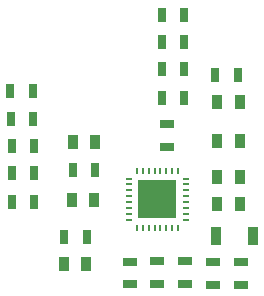
<source format=gbp>
G04*
G04 #@! TF.GenerationSoftware,Altium Limited,Altium Designer,23.3.1 (30)*
G04*
G04 Layer_Color=128*
%FSLAX44Y44*%
%MOMM*%
G71*
G04*
G04 #@! TF.SameCoordinates,8D2347DA-786F-44A1-B396-5F802EE38B7C*
G04*
G04*
G04 #@! TF.FilePolarity,Positive*
G04*
G01*
G75*
%ADD31R,0.9000X1.6000*%
%ADD32R,3.3000X3.3000*%
%ADD33R,0.6000X0.2300*%
%ADD34R,0.2300X0.6000*%
%ADD35R,1.3000X0.7000*%
%ADD36R,0.7000X1.3000*%
%ADD37R,0.9000X1.3000*%
D31*
X299500Y219000D02*
D03*
X330500D02*
D03*
D32*
X250000Y250000D02*
D03*
D33*
X274000Y267500D02*
D03*
Y262500D02*
D03*
Y257500D02*
D03*
Y252500D02*
D03*
Y247500D02*
D03*
Y242500D02*
D03*
Y237500D02*
D03*
Y232500D02*
D03*
X226000D02*
D03*
Y237500D02*
D03*
Y242500D02*
D03*
Y247500D02*
D03*
Y252500D02*
D03*
Y257500D02*
D03*
Y262500D02*
D03*
Y267500D02*
D03*
D34*
X267500Y226000D02*
D03*
X262500D02*
D03*
X257500D02*
D03*
X252500D02*
D03*
X247500D02*
D03*
X242500D02*
D03*
X237500D02*
D03*
X232500D02*
D03*
Y274000D02*
D03*
X237500D02*
D03*
X242500D02*
D03*
X247500D02*
D03*
X252500D02*
D03*
X257500D02*
D03*
X262500D02*
D03*
X267500D02*
D03*
D35*
X258000Y313500D02*
D03*
Y294500D02*
D03*
X227000Y197000D02*
D03*
Y178000D02*
D03*
X250000Y178500D02*
D03*
Y197500D02*
D03*
X273000Y178500D02*
D03*
Y197500D02*
D03*
X297000Y196500D02*
D03*
Y177500D02*
D03*
X321000Y196500D02*
D03*
Y177500D02*
D03*
D36*
X318000Y355000D02*
D03*
X299000D02*
D03*
X253500Y336000D02*
D03*
X272500D02*
D03*
X253500Y360000D02*
D03*
X272500D02*
D03*
Y383000D02*
D03*
X253500D02*
D03*
X253500Y406000D02*
D03*
X272500D02*
D03*
X171000Y218000D02*
D03*
X190000D02*
D03*
X178500Y275000D02*
D03*
X197500D02*
D03*
X126500Y295000D02*
D03*
X145500D02*
D03*
X145000Y318000D02*
D03*
X126000D02*
D03*
X144500Y342000D02*
D03*
X125500D02*
D03*
X126500Y248000D02*
D03*
X145500D02*
D03*
X145500Y272000D02*
D03*
X126500D02*
D03*
D37*
X300500Y332000D02*
D03*
X319500D02*
D03*
X300500Y299000D02*
D03*
X319500D02*
D03*
X300500Y269000D02*
D03*
X319500D02*
D03*
Y246000D02*
D03*
X300500D02*
D03*
X196500Y249000D02*
D03*
X177500D02*
D03*
X189500Y195000D02*
D03*
X170500D02*
D03*
X178500Y298000D02*
D03*
X197500D02*
D03*
M02*

</source>
